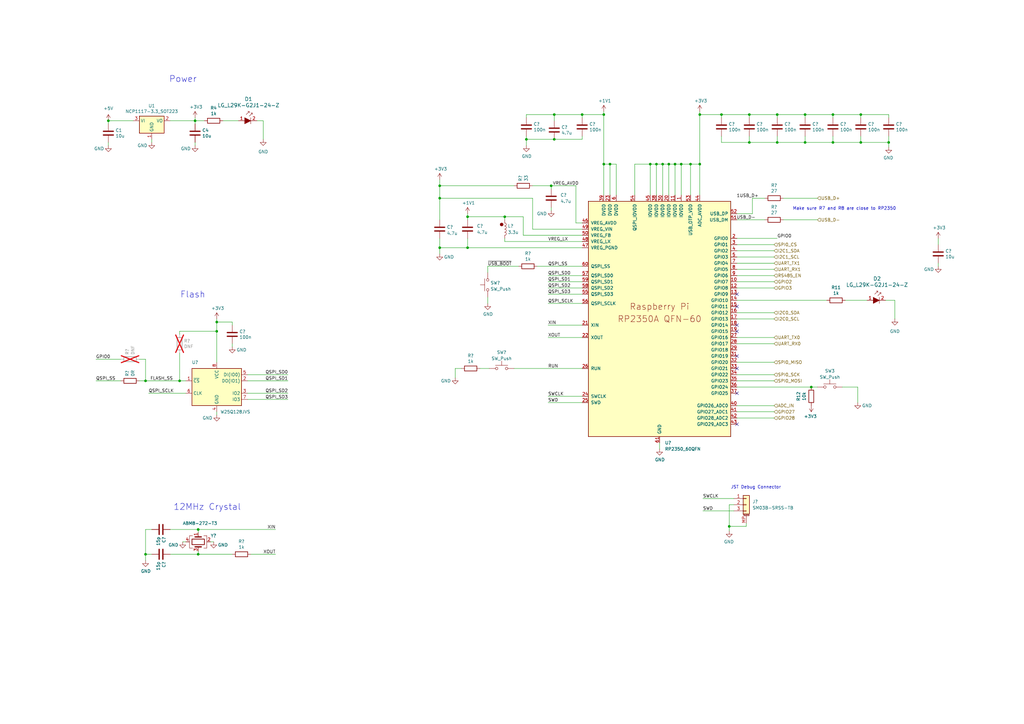
<source format=kicad_sch>
(kicad_sch (version 20231120) (generator "eeschema") (generator_version "8.0")
  (paper "A3")
  (title_block (title "RP2350A QFN-60 ") (date "2024-11-19") (rev "REV1") (company "HİDRO ELEKTRONİK"))
  (lib_symbols
    (symbol "Connector_Generic_MountingPin:Conn_01x03_MountingPin" (pin_names (offset 1.016) hide)
      (property "Reference" "J" (at 0 5.08 0))
      (property "Value" "Conn_01x03_MountingPin" (at 1.27 -5.08 0))
      (symbol "Conn_01x03_MountingPin_1_1"
        (rectangle (start -1.27 -2.413) (end 0 -2.667) (stroke (width 0.1524)))
        (rectangle (start -1.27 0.127) (end 0 -0.127) (stroke (width 0.1524)))
        (rectangle (start -1.27 2.667) (end 0 2.413) (stroke (width 0.1524)))
        (rectangle (start -1.27 3.81) (end 1.27 -3.81) (stroke (width 0.254)) (fill (type background)))
        (polyline (pts (xy -1.016 -4.572) (xy 1.016 -4.572)) (stroke (width 0.1524)))
        (text "Mounting" (at 0 -4.191 0) (effects (font (size 0.381 0.381))))
        (pin passive line (at -5.08 2.54 0) (length 3.81) (name "Pin_1") (number "1"))
        (pin passive line (at -5.08 0 0) (length 3.81) (name "Pin_2") (number "2"))
        (pin passive line (at -5.08 -2.54 0) (length 3.81) (name "Pin_3") (number "3"))
        (pin passive line (at 0 -7.62 90) (length 3.048) (name "MountPin") (number "MP"))
      )
    )
    (symbol "Device:C" (pin_numbers hide) (pin_names (offset 0.254))
      (property "Reference" "C" (at 0.635 2.54 0))
      (property "Value" "C" (at 0.635 -2.54 0))
      (symbol "C_0_1"
        (polyline (pts (xy -2.032 -0.762) (xy 2.032 -0.762)) (stroke (width 0.508)))
        (polyline (pts (xy -2.032 0.762) (xy 2.032 0.762)) (stroke (width 0.508)))
      )
      (symbol "C_1_1"
        (pin passive line (at 0 3.81 270) (length 2.794) (name "~") (number "1"))
        (pin passive line (at 0 -3.81 90) (length 2.794) (name "~") (number "2"))
      )
    )
    (symbol "Device:Crystal_GND24" (pin_names (offset 1.016) hide)
      (property "Reference" "Y" (at 3.175 5.08 0))
      (property "Value" "Crystal_GND24" (at 3.175 3.175 0))
      (symbol "Crystal_GND24_0_1"
        (rectangle (start -1.143 2.54) (end 1.143 -2.54) (stroke (width 0.3048)))
        (polyline (pts (xy -2.54 0) (xy -2.032 0)))
        (polyline (pts (xy -2.032 -1.27) (xy -2.032 1.27)) (stroke (width 0.508)))
        (polyline (pts (xy 0 -3.81) (xy 0 -3.556)))
        (polyline (pts (xy 0 3.556) (xy 0 3.81)))
        (polyline (pts (xy 2.032 -1.27) (xy 2.032 1.27)) (stroke (width 0.508)))
        (polyline (pts (xy 2.032 0) (xy 2.54 0)))
        (polyline (pts (xy -2.54 -2.286) (xy -2.54 -3.556) (xy 2.54 -3.556) (xy 2.54 -2.286)))
        (polyline (pts (xy -2.54 2.286) (xy -2.54 3.556) (xy 2.54 3.556) (xy 2.54 2.286)))
      )
      (symbol "Crystal_GND24_1_1"
        (pin passive line (at -3.81 0 0) (length 1.27) (name "1") (number "1"))
        (pin passive line (at 0 5.08 270) (length 1.27) (name "2") (number "2"))
        (pin passive line (at 3.81 0 180) (length 1.27) (name "3") (number "3"))
        (pin passive line (at 0 -5.08 90) (length 1.27) (name "4") (number "4"))
      )
    )
    (symbol "Device:L" (pin_numbers hide) (pin_names (offset 1.016) hide)
      (property "Reference" "L" (at -1.27 0 90))
      (property "Value" "L" (at 1.905 0 90))
      (symbol "L_0_1"
        (arc (start 0 -2.54) (mid 0.6323 -1.905) (end 0 -1.27))
        (arc (start 0 -1.27) (mid 0.6323 -0.635) (end 0 0))
        (arc (start 0 0) (mid 0.6323 0.635) (end 0 1.27))
        (arc (start 0 1.27) (mid 0.6323 1.905) (end 0 2.54))
      )
      (symbol "L_1_1"
        (pin passive line (at 0 3.81 270) (length 1.27) (name "1") (number "1"))
        (pin passive line (at 0 -3.81 90) (length 1.27) (name "2") (number "2"))
      )
    )
    (symbol "Device:R" (pin_numbers hide) (pin_names (offset 0))
      (property "Reference" "R" (at 2.032 0 90))
      (property "Value" "R" (at 0 0 90))
      (symbol "R_0_1"
        (rectangle (start -1.016 -2.54) (end 1.016 2.54) (stroke (width 0.254)))
      )
      (symbol "R_1_1"
        (pin passive line (at 0 3.81 270) (length 1.27) (name "~") (number "1"))
        (pin passive line (at 0 -3.81 90) (length 1.27) (name "~") (number "2"))
      )
    )
    (symbol "GND_2" (power) (pin_numbers hide) (pin_names (offset 0) hide)
      (property "Value" "GND" (at 0 -3.81 0))
      (symbol "GND_2_0_1"
        (polyline (pts (xy 0 0) (xy 0 -1.27) (xy 1.27 -1.27) (xy 0 -2.54) (xy -1.27 -1.27) (xy 0 -1.27)))
      )
      (symbol "GND_2_1_1"
        (pin power_in line (at 0 0 270) (length 0) (name "~") (number "1"))
      )
    )
    (symbol "MCU_RaspberryPi_RP2350:RP2350_60QFN" (pin_names (offset 1.016))
      (property "Reference" "U" (at -29.21 49.53 0))
      (property "Value" "RP2350_60QFN" (at 24.13 -49.53 0))
      (symbol "RP2350_60QFN_0_0"
        (text "Raspberry Pi" (at 0 5.08 0) (effects (font (size 2.54 2.54))))
      )
      (symbol "RP2350_60QFN_0_1"
        (rectangle (start 29.21 48.26) (end -29.21 -48.26) (stroke (width 0.254)) (fill (type background)))
      )
      (symbol "RP2350_60QFN_1_0"
        (text "RP2350A QFN-60" (at 0 0 0) (effects (font (size 2.54 2.54))))
      )
      (symbol "RP2350_60QFN_1_1"
        (pin power_in line (at 8.89 50.8 270) (length 2.54) (name "IOVDD") (number "1"))
        (pin bidirectional line (at 31.75 15.24 180) (length 2.54) (name "GPIO7") (number "10"))
        (pin power_in line (at 6.35 50.8 270) (length 2.54) (name "IOVDD") (number "11"))
        (pin bidirectional line (at 31.75 12.7 180) (length 2.54) (name "GPIO8") (number "12"))
        (pin bidirectional line (at 31.75 10.16 180) (length 2.54) (name "GPIO9") (number "13"))
        (pin bidirectional line (at 31.75 7.62 180) (length 2.54) (name "GPIO10") (number "14"))
        (pin bidirectional line (at 31.75 5.08 180) (length 2.54) (name "GPIO11") (number "15"))
        (pin bidirectional line (at 31.75 2.54 180) (length 2.54) (name "GPIO12") (number "16"))
        (pin bidirectional line (at 31.75 0 180) (length 2.54) (name "GPIO13") (number "17"))
        (pin bidirectional line (at 31.75 -2.54 180) (length 2.54) (name "GPIO14") (number "18"))
        (pin bidirectional line (at 31.75 -5.08 180) (length 2.54) (name "GPIO15") (number "19"))
        (pin bidirectional line (at 31.75 33.02 180) (length 2.54) (name "GPIO0") (number "2"))
        (pin power_in line (at 3.81 50.8 270) (length 2.54) (name "IOVDD") (number "20"))
        (pin input line (at -31.75 -2.54 0) (length 2.54) (name "XIN") (number "21"))
        (pin passive line (at -31.75 -7.62 0) (length 2.54) (name "XOUT") (number "22"))
        (pin power_in line (at -20.32 50.8 270) (length 2.54) (name "DVDD") (number "23"))
        (pin output line (at -31.75 -31.75 0) (length 2.54) (name "SWCLK") (number "24"))
        (pin bidirectional line (at -31.75 -34.29 0) (length 2.54) (name "SWD") (number "25"))
        (pin input line (at -31.75 -20.32 0) (length 2.54) (name "RUN") (number "26"))
        (pin bidirectional line (at 31.75 -7.62 180) (length 2.54) (name "GPIO16") (number "27"))
        (pin bidirectional line (at 31.75 -10.16 180) (length 2.54) (name "GPIO17") (number "28"))
        (pin bidirectional line (at 31.75 -12.7 180) (length 2.54) (name "GPIO18") (number "29"))
        (pin bidirectional line (at 31.75 30.48 180) (length 2.54) (name "GPIO1") (number "3"))
        (pin power_in line (at 1.27 50.8 270) (length 2.54) (name "IOVDD") (number "30"))
        (pin bidirectional line (at 31.75 -15.24 180) (length 2.54) (name "GPIO19") (number "31"))
        (pin bidirectional line (at 31.75 -17.78 180) (length 2.54) (name "GPIO20") (number "32"))
        (pin bidirectional line (at 31.75 -20.32 180) (length 2.54) (name "GPIO21") (number "33"))
        (pin bidirectional line (at 31.75 -22.86 180) (length 2.54) (name "GPIO22") (number "34"))
        (pin bidirectional line (at 31.75 -25.4 180) (length 2.54) (name "GPIO23") (number "35"))
        (pin bidirectional line (at 31.75 -27.94 180) (length 2.54) (name "GPIO24") (number "36"))
        (pin bidirectional line (at 31.75 -30.48 180) (length 2.54) (name "GPIO25") (number "37"))
        (pin power_in line (at -1.27 50.8 270) (length 2.54) (name "IOVDD") (number "38"))
        (pin power_in line (at -22.86 50.8 270) (length 2.54) (name "DVDD") (number "39"))
        (pin bidirectional line (at 31.75 27.94 180) (length 2.54) (name "GPIO2") (number "4"))
        (pin bidirectional line (at 31.75 -35.56 180) (length 2.54) (name "GPIO26_ADC0") (number "40"))
        (pin bidirectional line (at 31.75 -38.1 180) (length 2.54) (name "GPIO27_ADC1") (number "41"))
        (pin bidirectional line (at 31.75 -40.64 180) (length 2.54) (name "GPIO28_ADC2") (number "42"))
        (pin bidirectional line (at 31.75 -43.18 180) (length 2.54) (name "GPIO29_ADC3") (number "43"))
        (pin power_in line (at 16.51 50.8 270) (length 2.54) (name "ADC_AVDD") (number "44"))
        (pin power_in line (at -3.81 50.8 270) (length 2.54) (name "IOVDD") (number "45"))
        (pin power_in line (at -31.75 39.37 0) (length 2.54) (name "VREG_AVDD") (number "46"))
        (pin power_in line (at -31.75 29.21 0) (length 2.54) (name "VREG_PGND") (number "47"))
        (pin power_out line (at -31.75 31.75 0) (length 2.54) (name "VREG_LX") (number "48"))
        (pin power_in line (at -31.75 36.83 0) (length 2.54) (name "VREG_VIN") (number "49"))
        (pin bidirectional line (at 31.75 25.4 180) (length 2.54) (name "GPIO3") (number "5"))
        (pin input line (at -31.75 34.29 0) (length 2.54) (name "VREG_FB") (number "50"))
        (pin bidirectional line (at 31.75 40.64 180) (length 2.54) (name "USB_DM") (number "51"))
        (pin bidirectional line (at 31.75 43.18 180) (length 2.54) (name "USB_DP") (number "52"))
        (pin power_in line (at 12.7 50.8 270) (length 2.54) (name "USB_OTP_VDD") (number "53"))
        (pin power_in line (at -10.16 50.8 270) (length 2.54) (name "QSPI_IOVDD") (number "54"))
        (pin bidirectional line (at -31.75 10.16 0) (length 2.54) (name "QSPI_SD3") (number "55"))
        (pin output line (at -31.75 6.35 0) (length 2.54) (name "QSPI_SCLK") (number "56"))
        (pin bidirectional line (at -31.75 17.78 0) (length 2.54) (name "QSPI_SD0") (number "57"))
        (pin bidirectional line (at -31.75 12.7 0) (length 2.54) (name "QSPI_SD2") (number "58"))
        (pin bidirectional line (at -31.75 15.24 0) (length 2.54) (name "QSPI_SD1") (number "59"))
        (pin power_in line (at -17.78 50.8 270) (length 2.54) (name "DVDD") (number "6"))
        (pin bidirectional line (at -31.75 21.59 0) (length 2.54) (name "QSPI_SS") (number "60"))
        (pin power_in line (at 0 -50.8 90) (length 2.54) (name "GND") (number "61"))
        (pin bidirectional line (at 31.75 22.86 180) (length 2.54) (name "GPIO4") (number "7"))
        (pin bidirectional line (at 31.75 20.32 180) (length 2.54) (name "GPIO5") (number "8"))
        (pin bidirectional line (at 31.75 17.78 180) (length 2.54) (name "GPIO6") (number "9"))
      )
    )
    (symbol "Memory_Flash:W25Q128JVS"
      (property "Reference" "U" (at -8.89 8.89 0))
      (property "Value" "W25Q128JVS" (at 7.62 8.89 0))
      (symbol "W25Q128JVS_0_1"
        (rectangle (start -10.16 7.62) (end 10.16 -7.62) (stroke (width 0.254)) (fill (type background)))
      )
      (symbol "W25Q128JVS_1_1"
        (pin input line (at -12.7 2.54 0) (length 2.54) (name "~{CS}") (number "1"))
        (pin bidirectional line (at 12.7 2.54 180) (length 2.54) (name "DO(IO1)") (number "2"))
        (pin bidirectional line (at 12.7 -2.54 180) (length 2.54) (name "IO2") (number "3"))
        (pin power_in line (at 0 -10.16 90) (length 2.54) (name "GND") (number "4"))
        (pin bidirectional line (at 12.7 5.08 180) (length 2.54) (name "DI(IO0)") (number "5"))
        (pin input line (at -12.7 -2.54 0) (length 2.54) (name "CLK") (number "6"))
        (pin bidirectional line (at 12.7 -5.08 180) (length 2.54) (name "IO3") (number "7"))
        (pin power_in line (at 0 10.16 270) (length 2.54) (name "VCC") (number "8"))
      )
    )
    (symbol "Regulator_Linear:NCP1117-3.3_SOT223"
      (property "Reference" "U" (at -3.81 3.175 0))
      (property "Value" "NCP1117-3.3_SOT223" (at 0 3.175 0))
      (symbol "NCP1117-3.3_SOT223_0_1"
        (rectangle (start -5.08 -5.08) (end 5.08 1.905) (stroke (width 0.254)) (fill (type background)))
      )
      (symbol "NCP1117-3.3_SOT223_1_1"
        (pin power_in line (at 0 -7.62 90) (length 2.54) (name "GND") (number "1"))
        (pin power_out line (at 7.62 0 180) (length 2.54) (name "VO") (number "2"))
        (pin power_in line (at -7.62 0 0) (length 2.54) (name "VI") (number "3"))
      )
    )
    (symbol "Switch:SW_Push" (pin_numbers hide) (pin_names (offset 1.016) hide)
      (property "Reference" "SW" (at 1.27 2.54 0))
      (property "Value" "SW_Push" (at 0 -1.524 0))
      (symbol "SW_Push_0_1"
        (circle (center -2.032 0) (radius 0.508))
        (polyline (pts (xy 0 1.27) (xy 0 3.048)))
        (polyline (pts (xy 2.54 1.27) (xy -2.54 1.27)))
        (circle (center 2.032 0) (radius 0.508))
        (pin passive line (at -5.08 0 0) (length 2.54) (name "1") (number "1"))
        (pin passive line (at 5.08 0 180) (length 2.54) (name "2") (number "2"))
      )
    )
    (symbol "dk_LED-Indication-Discrete:LG_L29K-G2J1-24-Z" (pin_names (offset 0))
      (property "Reference" "D" (at -5.08 3.81 0))
      (property "Value" "LG_L29K-G2J1-24-Z" (at 0 -3.81 0))
      (symbol "LG_L29K-G2J1-24-Z_0_1"
        (polyline (pts (xy -0.635 3.81) (xy -1.905 2.54)))
        (polyline (pts (xy 0 1.27) (xy 0 -1.27)))
        (polyline (pts (xy 0.635 3.175) (xy -0.635 1.905)))
        (polyline (pts (xy -1.27 3.81) (xy -0.635 3.81) (xy -0.635 3.175)))
        (polyline (pts (xy 0 3.175) (xy 0.635 3.175) (xy 0.635 2.54)))
        (polyline (pts (xy -2.54 1.27) (xy -2.54 -1.27) (xy 0 0) (xy -2.54 1.27)) (fill (type outline)))
      )
      (symbol "LG_L29K-G2J1-24-Z_1_1"
        (pin passive line (at -5.08 0 0) (length 2.54) (name "~") (number "1"))
        (pin passive line (at 2.54 0 180) (length 2.54) (name "~") (number "2"))
      )
    )
    (symbol "power:+1V1" (power) (pin_names (offset 0))
      (property "Value" "+1V1" (at 0 3.556 0))
      (symbol "+1V1_0_1"
        (polyline (pts (xy -0.762 1.27) (xy 0 2.54)))
        (polyline (pts (xy 0 0) (xy 0 2.54)))
        (polyline (pts (xy 0 2.54) (xy 0.762 1.27)))
      )
      (symbol "+1V1_1_1"
        (pin power_in line (at 0 0 90) (length 0) hide (name "+1V1") (number "1"))
      )
    )
    (symbol "power:+3V3" (power) (pin_names (offset 0))
      (property "Value" "+3V3" (at 0 3.556 0))
      (symbol "+3V3_0_1"
        (polyline (pts (xy -0.762 1.27) (xy 0 2.54)))
        (polyline (pts (xy 0 0) (xy 0 2.54)))
        (polyline (pts (xy 0 2.54) (xy 0.762 1.27)))
      )
      (symbol "+3V3_1_1"
        (pin power_in line (at 0 0 90) (length 0) hide (name "+3V3") (number "1"))
      )
    )
    (symbol "power:+5V" (power) (pin_numbers hide) (pin_names (offset 0) hide)
      (property "Value" "+5V" (at 0 3.556 0))
      (symbol "+5V_0_1"
        (polyline (pts (xy -0.762 1.27) (xy 0 2.54)))
        (polyline (pts (xy 0 0) (xy 0 2.54)))
        (polyline (pts (xy 0 2.54) (xy 0.762 1.27)))
      )
      (symbol "+5V_1_1"
        (pin power_in line (at 0 0 90) (length 0) (name "~") (number "1"))
      )
    )
    (symbol "power:GND" (power) (pin_names (offset 0))
      (property "Value" "GND" (at 0 -3.81 0))
      (symbol "GND_0_1"
        (polyline (pts (xy 0 0) (xy 0 -1.27) (xy 1.27 -1.27) (xy 0 -2.54) (xy -1.27 -1.27) (xy 0 -1.27)))
      )
      (symbol "GND_1_1"
        (pin power_in line (at 0 0 270) (length 0) hide (name "GND") (number "1"))
      )
    )
  )
  (junction (at 299.085 215.9))
  (junction (at 330.2 46.99))
  (junction (at 226.06 76.2))
  (junction (at 191.77 88.9))
  (junction (at 266.7 67.31))
  (junction (at 353.06 58.42))
  (junction (at 247.65 67.31))
  (junction (at 80.01 49.53))
  (junction (at 227.33 57.15))
  (junction (at 287.02 46.99))
  (junction (at 332.74 158.75))
  (junction (at 269.24 67.31))
  (junction (at 81.28 217.17))
  (junction (at 207.01 88.9))
  (junction (at 191.77 101.6))
  (junction (at 295.91 46.99))
  (junction (at 283.21 67.31))
  (junction (at 59.69 227.33))
  (junction (at 227.33 46.99))
  (junction (at 279.4 67.31))
  (junction (at 341.63 58.42))
  (junction (at 364.49 58.42))
  (junction (at 318.77 58.42))
  (junction (at 276.86 67.31))
  (junction (at 88.9 132.08))
  (junction (at 271.78 67.31))
  (junction (at 247.65 46.99))
  (junction (at 88.9 135.89))
  (junction (at 180.34 101.6))
  (junction (at 353.06 46.99))
  (junction (at 330.2 58.42))
  (junction (at 341.63 46.99))
  (junction (at 238.76 46.99))
  (junction (at 44.45 49.53))
  (junction (at 307.34 46.99))
  (junction (at 81.28 227.33))
  (junction (at 307.34 58.42))
  (junction (at 287.02 67.31))
  (junction (at 180.34 76.2))
  (junction (at 250.19 67.31))
  (junction (at 318.77 46.99))
  (junction (at 73.66 156.21))
  (junction (at 59.69 156.21))
  (junction (at 274.32 67.31))
  (junction (at 180.34 81.28))
  (junction (at 215.9 57.15))
  (no_connect (at 302.26 135.89))
  (no_connect (at 302.26 125.73))
  (no_connect (at 302.26 133.35))
  (no_connect (at 302.26 120.65))
  (no_connect (at 302.26 173.99))
  (no_connect (at 302.26 146.05))
  (no_connect (at 302.26 161.29))
  (no_connect (at 302.26 151.13))
  (wire (pts (xy 302.26 113.03) (xy 317.5 113.03)))
  (wire (pts (xy 226.06 86.36) (xy 226.06 85.09)))
  (wire (pts (xy 39.37 147.32) (xy 49.53 147.32)))
  (wire (pts (xy 218.44 81.28) (xy 218.44 93.98)))
  (wire (pts (xy 299.085 207.01) (xy 299.085 215.9)))
  (wire (pts (xy 227.33 46.99) (xy 238.76 46.99)))
  (wire (pts (xy 81.28 218.44) (xy 81.28 217.17)))
  (wire (pts (xy 307.34 48.26) (xy 307.34 46.99)))
  (wire (pts (xy 307.34 55.88) (xy 307.34 58.42)))
  (wire (pts (xy 236.22 76.2) (xy 236.22 91.44)))
  (wire (pts (xy 279.4 67.31) (xy 283.21 67.31)))
  (wire (pts (xy 318.77 97.79) (xy 302.26 97.79)))
  (wire (pts (xy 227.33 49.53) (xy 227.33 46.99)))
  (wire (pts (xy 238.76 124.46) (xy 224.79 124.46)))
  (wire (pts (xy 80.01 49.53) (xy 80.01 48.26)))
  (wire (pts (xy 227.33 57.15) (xy 238.76 57.15)))
  (wire (pts (xy 215.9 55.88) (xy 215.9 57.15)))
  (wire (pts (xy 226.06 76.2) (xy 236.22 76.2)))
  (wire (pts (xy 302.26 168.91) (xy 317.5 168.91)))
  (wire (pts (xy 318.77 48.26) (xy 318.77 46.99)))
  (wire (pts (xy 200.025 109.22) (xy 200.025 111.76)))
  (wire (pts (xy 238.76 162.56) (xy 224.79 162.56)))
  (wire (pts (xy 180.34 76.2) (xy 180.34 81.28)))
  (wire (pts (xy 236.22 91.44) (xy 238.76 91.44)))
  (wire (pts (xy 295.91 48.26) (xy 295.91 46.99)))
  (wire (pts (xy 81.28 227.33) (xy 95.25 227.33)))
  (wire (pts (xy 295.91 55.88) (xy 295.91 58.42)))
  (wire (pts (xy 180.34 81.28) (xy 218.44 81.28)))
  (wire (pts (xy 180.34 81.28) (xy 180.34 90.17)))
  (wire (pts (xy 59.69 227.33) (xy 59.69 229.87)))
  (wire (pts (xy 54.61 49.53) (xy 44.45 49.53)))
  (wire (pts (xy 271.78 80.01) (xy 271.78 67.31)))
  (wire (pts (xy 302.26 118.11) (xy 317.5 118.11)))
  (wire (pts (xy 260.35 80.01) (xy 260.35 67.31)))
  (wire (pts (xy 69.85 49.53) (xy 80.01 49.53)))
  (wire (pts (xy 60.96 161.29) (xy 76.2 161.29)))
  (wire (pts (xy 88.9 130.81) (xy 88.9 132.08)))
  (wire (pts (xy 59.69 217.17) (xy 59.69 227.33)))
  (wire (pts (xy 283.21 67.31) (xy 287.02 67.31)))
  (wire (pts (xy 330.2 46.99) (xy 341.63 46.99)))
  (wire (pts (xy 302.26 130.81) (xy 317.5 130.81)))
  (wire (pts (xy 62.23 217.17) (xy 59.69 217.17)))
  (wire (pts (xy 226.06 76.2) (xy 226.06 77.47)))
  (wire (pts (xy 341.63 58.42) (xy 330.2 58.42)))
  (wire (pts (xy 57.15 147.32) (xy 59.69 147.32)))
  (wire (pts (xy 274.32 67.31) (xy 276.86 67.31)))
  (wire (pts (xy 307.34 58.42) (xy 295.91 58.42)))
  (wire (pts (xy 341.63 55.88) (xy 341.63 58.42)))
  (wire (pts (xy 247.65 46.99) (xy 247.65 67.31)))
  (wire (pts (xy 269.24 67.31) (xy 271.78 67.31)))
  (wire (pts (xy 274.32 80.01) (xy 274.32 67.31)))
  (wire (pts (xy 73.66 135.89) (xy 88.9 135.89)))
  (wire (pts (xy 218.44 93.98) (xy 238.76 93.98)))
  (wire (pts (xy 302.26 115.57) (xy 317.5 115.57)))
  (wire (pts (xy 91.44 49.53) (xy 97.79 49.53)))
  (wire (pts (xy 83.82 49.53) (xy 80.01 49.53)))
  (wire (pts (xy 271.78 67.31) (xy 274.32 67.31)))
  (wire (pts (xy 180.34 73.66) (xy 180.34 76.2)))
  (wire (pts (xy 302.26 138.43) (xy 317.5 138.43)))
  (wire (pts (xy 180.34 101.6) (xy 191.77 101.6)))
  (wire (pts (xy 44.45 58.42) (xy 44.45 59.69)))
  (wire (pts (xy 189.23 151.13) (xy 186.69 151.13)))
  (wire (pts (xy 307.34 46.99) (xy 318.77 46.99)))
  (wire (pts (xy 73.66 137.16) (xy 73.66 135.89)))
  (wire (pts (xy 191.77 90.17) (xy 191.77 88.9)))
  (wire (pts (xy 302.26 148.59) (xy 317.5 148.59)))
  (wire (pts (xy 101.6 163.83) (xy 118.11 163.83)))
  (wire (pts (xy 238.76 109.22) (xy 220.345 109.22)))
  (wire (pts (xy 215.9 48.26) (xy 215.9 46.99)))
  (wire (pts (xy 180.34 97.79) (xy 180.34 101.6)))
  (wire (pts (xy 306.07 214.63) (xy 306.07 215.9)))
  (wire (pts (xy 238.76 96.52) (xy 214.63 96.52)))
  (wire (pts (xy 73.66 144.78) (xy 73.66 156.21)))
  (wire (pts (xy 88.9 168.91) (xy 88.9 170.18)))
  (wire (pts (xy 212.725 109.22) (xy 200.025 109.22)))
  (wire (pts (xy 288.29 209.55) (xy 300.99 209.55)))
  (wire (pts (xy 62.23 57.15) (xy 62.23 58.42)))
  (wire (pts (xy 321.31 90.17) (xy 335.28 90.17)))
  (wire (pts (xy 247.65 67.31) (xy 247.65 80.01)))
  (wire (pts (xy 73.66 156.21) (xy 76.2 156.21)))
  (wire (pts (xy 287.02 67.31) (xy 287.02 80.01)))
  (wire (pts (xy 191.77 87.63) (xy 191.77 88.9)))
  (wire (pts (xy 102.87 227.33) (xy 113.03 227.33)))
  (wire (pts (xy 69.85 227.33) (xy 81.28 227.33)))
  (wire (pts (xy 191.77 101.6) (xy 238.76 101.6)))
  (wire (pts (xy 180.34 101.6) (xy 180.34 104.14)))
  (wire (pts (xy 62.23 227.33) (xy 59.69 227.33)))
  (wire (pts (xy 180.34 76.2) (xy 210.82 76.2)))
  (wire (pts (xy 88.9 135.89) (xy 88.9 148.59)))
  (wire (pts (xy 215.9 57.15) (xy 215.9 59.69)))
  (wire (pts (xy 276.86 67.31) (xy 279.4 67.31)))
  (wire (pts (xy 39.37 156.21) (xy 49.53 156.21)))
  (wire (pts (xy 341.63 46.99) (xy 353.06 46.99)))
  (wire (pts (xy 88.9 132.08) (xy 88.9 135.89)))
  (wire (pts (xy 364.49 55.88) (xy 364.49 58.42)))
  (wire (pts (xy 302.26 102.87) (xy 317.5 102.87)))
  (wire (pts (xy 57.15 156.21) (xy 59.69 156.21)))
  (wire (pts (xy 101.6 161.29) (xy 118.11 161.29)))
  (wire (pts (xy 224.79 133.35) (xy 238.76 133.35)))
  (wire (pts (xy 270.51 181.61) (xy 270.51 184.15)))
  (wire (pts (xy 302.26 100.33) (xy 317.5 100.33)))
  (wire (pts (xy 224.79 118.11) (xy 238.76 118.11)))
  (wire (pts (xy 74.93 222.25) (xy 76.2 222.25)))
  (wire (pts (xy 252.73 67.31) (xy 252.73 80.01)))
  (wire (pts (xy 266.7 80.01) (xy 266.7 67.31)))
  (wire (pts (xy 215.9 46.99) (xy 227.33 46.99)))
  (wire (pts (xy 107.95 49.53) (xy 107.95 57.15)))
  (wire (pts (xy 214.63 96.52) (xy 214.63 88.9)))
  (wire (pts (xy 95.25 132.08) (xy 88.9 132.08)))
  (wire (pts (xy 353.06 48.26) (xy 353.06 46.99)))
  (wire (pts (xy 224.79 113.03) (xy 238.76 113.03)))
  (wire (pts (xy 308.61 81.28) (xy 308.61 87.63)))
  (wire (pts (xy 330.2 55.88) (xy 330.2 58.42)))
  (wire (pts (xy 287.02 45.72) (xy 287.02 46.99)))
  (wire (pts (xy 330.2 48.26) (xy 330.2 46.99)))
  (wire (pts (xy 218.44 76.2) (xy 226.06 76.2)))
  (wire (pts (xy 224.79 115.57) (xy 238.76 115.57)))
  (wire (pts (xy 224.79 120.65) (xy 238.76 120.65)))
  (wire (pts (xy 345.44 158.75) (xy 351.79 158.75)))
  (wire (pts (xy 302.26 156.21) (xy 317.5 156.21)))
  (wire (pts (xy 341.63 48.26) (xy 341.63 46.99)))
  (wire (pts (xy 363.22 123.19) (xy 367.03 123.19)))
  (wire (pts (xy 196.85 151.13) (xy 200.66 151.13)))
  (wire (pts (xy 200.025 121.92) (xy 200.025 124.46)))
  (wire (pts (xy 353.06 58.42) (xy 341.63 58.42)))
  (wire (pts (xy 95.25 133.35) (xy 95.25 132.08)))
  (wire (pts (xy 44.45 50.8) (xy 44.45 49.53)))
  (wire (pts (xy 384.81 97.79) (xy 384.81 100.33)))
  (wire (pts (xy 238.76 46.99) (xy 247.65 46.99)))
  (wire (pts (xy 318.77 46.99) (xy 330.2 46.99)))
  (wire (pts (xy 330.2 58.42) (xy 318.77 58.42)))
  (wire (pts (xy 287.02 46.99) (xy 295.91 46.99)))
  (wire (pts (xy 207.01 99.06) (xy 238.76 99.06)))
  (wire (pts (xy 191.77 97.79) (xy 191.77 101.6)))
  (wire (pts (xy 351.79 158.75) (xy 351.79 165.1)))
  (wire (pts (xy 191.77 88.9) (xy 207.01 88.9)))
  (wire (pts (xy 318.77 55.88) (xy 318.77 58.42)))
  (wire (pts (xy 238.76 165.1) (xy 224.79 165.1)))
  (wire (pts (xy 302.26 171.45) (xy 317.5 171.45)))
  (wire (pts (xy 308.61 81.28) (xy 313.69 81.28)))
  (wire (pts (xy 250.19 67.31) (xy 252.73 67.31)))
  (wire (pts (xy 86.36 222.25) (xy 87.63 222.25)))
  (wire (pts (xy 302.26 105.41) (xy 317.5 105.41)))
  (wire (pts (xy 269.24 80.01) (xy 269.24 67.31)))
  (wire (pts (xy 299.085 215.9) (xy 306.07 215.9)))
  (wire (pts (xy 367.03 123.19) (xy 367.03 130.81)))
  (wire (pts (xy 302.26 128.27) (xy 317.5 128.27)))
  (wire (pts (xy 321.31 81.28) (xy 335.28 81.28)))
  (wire (pts (xy 283.21 80.01) (xy 283.21 67.31)))
  (wire (pts (xy 302.26 140.97) (xy 317.5 140.97)))
  (wire (pts (xy 247.65 45.72) (xy 247.65 46.99)))
  (wire (pts (xy 288.29 204.47) (xy 300.99 204.47)))
  (wire (pts (xy 353.06 58.42) (xy 364.49 58.42)))
  (wire (pts (xy 364.49 58.42) (xy 364.49 60.325)))
  (wire (pts (xy 207.01 99.06) (xy 207.01 97.79)))
  (wire (pts (xy 59.69 147.32) (xy 59.69 156.21)))
  (wire (pts (xy 302.26 166.37) (xy 317.5 166.37)))
  (wire (pts (xy 353.06 46.99) (xy 364.49 46.99)))
  (wire (pts (xy 266.7 67.31) (xy 269.24 67.31)))
  (wire (pts (xy 276.86 80.01) (xy 276.86 67.31)))
  (wire (pts (xy 302.26 153.67) (xy 317.5 153.67)))
  (wire (pts (xy 207.01 88.9) (xy 207.01 90.17)))
  (wire (pts (xy 332.74 158.75) (xy 335.28 158.75)))
  (wire (pts (xy 346.71 123.19) (xy 355.6 123.19)))
  (wire (pts (xy 59.69 156.21) (xy 73.66 156.21)))
  (wire (pts (xy 238.76 48.26) (xy 238.76 46.99)))
  (wire (pts (xy 302.26 87.63) (xy 308.61 87.63)))
  (wire (pts (xy 80.01 50.8) (xy 80.01 49.53)))
  (wire (pts (xy 318.77 58.42) (xy 307.34 58.42)))
  (wire (pts (xy 215.9 57.15) (xy 227.33 57.15)))
  (wire (pts (xy 260.35 67.31) (xy 266.7 67.31)))
  (wire (pts (xy 250.19 67.31) (xy 247.65 67.31)))
  (wire (pts (xy 279.4 67.31) (xy 279.4 80.01)))
  (wire (pts (xy 300.99 207.01) (xy 299.085 207.01)))
  (wire (pts (xy 81.28 217.17) (xy 113.03 217.17)))
  (wire (pts (xy 302.26 123.19) (xy 339.09 123.19)))
  (wire (pts (xy 302.26 90.17) (xy 313.69 90.17)))
  (wire (pts (xy 214.63 88.9) (xy 207.01 88.9)))
  (wire (pts (xy 186.69 151.13) (xy 186.69 154.94)))
  (wire (pts (xy 81.28 226.06) (xy 81.28 227.33)))
  (wire (pts (xy 302.26 110.49) (xy 317.5 110.49)))
  (wire (pts (xy 287.02 46.99) (xy 287.02 67.31)))
  (wire (pts (xy 105.41 49.53) (xy 107.95 49.53)))
  (wire (pts (xy 302.26 107.95) (xy 317.5 107.95)))
  (wire (pts (xy 384.81 107.95) (xy 384.81 109.22)))
  (wire (pts (xy 101.6 153.67) (xy 118.11 153.67)))
  (wire (pts (xy 295.91 46.99) (xy 307.34 46.99)))
  (wire (pts (xy 238.76 138.43) (xy 224.79 138.43)))
  (wire (pts (xy 299.085 215.9) (xy 299.085 217.805)))
  (wire (pts (xy 364.49 48.26) (xy 364.49 46.99)))
  (wire (pts (xy 69.85 217.17) (xy 81.28 217.17)))
  (wire (pts (xy 101.6 156.21) (xy 118.11 156.21)))
  (wire (pts (xy 238.76 57.15) (xy 238.76 55.88)))
  (wire (pts (xy 250.19 80.01) (xy 250.19 67.31)))
  (wire (pts (xy 210.82 151.13) (xy 238.76 151.13)))
  (wire (pts (xy 353.06 55.88) (xy 353.06 58.42)))
  (wire (pts (xy 95.25 140.97) (xy 95.25 142.24)))
  (wire (pts (xy 80.01 58.42) (xy 80.01 59.69)))
  (wire (pts (xy 302.26 158.75) (xy 332.74 158.75)))
  (circle (center 205.74 92.075) (radius 0.635) (stroke (width 0) (color 132 0 0 1)) (fill (type color) (color 132 0 0 1)))
  (text "JST Debug Connector" (at 299.72 200.66 0) (effects (font (size 1.27 1.27)) (justify left bottom)))
  (text "Flash" (at 73.914 122.428 0) (effects (font (size 2.54 2.54)) (justify left bottom)))
  (text "Power" (at 69.342 34.036 0) (effects (font (size 2.54 2.54)) (justify left bottom)))
  (text "Make sure R7 and R8 are close to RP2350\n" (at 325.12 86.36 0) (effects (font (size 1.27 1.27)) (justify left bottom)))
  (text "12MHz Crystal" (at 71.12 209.55 0) (effects (font (size 2.54 2.54)) (justify left bottom)))
  (label "XIN" (at 224.79 133.35 0))
  (label "QSPI_SS" (at 39.37 156.21 0))
  (label "1USB_D-" (at 309.88 90.17 180))
  (label "1USB_D+" (at 311.15 81.28 180))
  (label "XOUT" (at 224.79 138.43 0))
  (label "GPIO0" (at 39.37 147.32 0))
  (label "QSPI_SD2" (at 118.11 161.29 180))
  (label "FLASH_SS" (at 61.595 156.21 0))
  (label "RUN" (at 224.79 151.13 0))
  (label "QSPI_SD0" (at 224.79 113.03 0))
  (label "QSPI_SD0" (at 118.11 153.67 180))
  (label "QSPI_SS" (at 224.79 109.22 0))
  (label "SWCLK" (at 224.79 162.56 0))
  (label "SWCLK" (at 288.29 204.47 0))
  (label "QSPI_SD3" (at 118.11 163.83 180))
  (label "XOUT" (at 113.03 227.33 180))
  (label "QSPI_SD2" (at 224.79 118.11 0))
  (label "~{USB_BOOT}" (at 200.025 109.22 0))
  (label "XIN" (at 113.03 217.17 180))
  (label "VREG_AVDD" (at 226.695 76.2 0))
  (label "GPIO0" (at 318.77 97.79 0))
  (label "QSPI_SD1" (at 224.79 115.57 0))
  (label "QSPI_SCLK" (at 224.79 124.46 0))
  (label "QSPI_SCLK" (at 60.96 161.29 0))
  (label "SWD" (at 288.29 209.55 0))
  (label "QSPI_SD1" (at 118.11 156.21 180))
  (label "VREG_LX" (at 224.79 99.06 0))
  (label "SWD" (at 224.79 165.1 0))
  (label "QSPI_SD3" (at 224.79 120.65 0))
  (hierarchical_label "GPIO2" (shape input) (at 317.5 115.57 0))
  (hierarchical_label "GPIO3" (shape input) (at 317.5 118.11 0))
  (hierarchical_label "I2C0_SDA" (shape input) (at 317.5 128.27 0))
  (hierarchical_label "SPI0_SCK" (shape input) (at 317.5 153.67 0))
  (hierarchical_label "UART_TX1" (shape input) (at 317.5 107.95 0))
  (hierarchical_label "USB_D-" (shape input) (at 335.28 90.17 0))
  (hierarchical_label "SPI0_CS" (shape input) (at 317.5 100.33 0))
  (hierarchical_label "SPI0_MOSI" (shape input) (at 317.5 156.21 0))
  (hierarchical_label "UART_RX0" (shape input) (at 317.5 140.97 0))
  (hierarchical_label "RS485_EN" (shape input) (at 317.5 113.03 0))
  (hierarchical_label "I2C0_SCL" (shape input) (at 317.5 130.81 0))
  (hierarchical_label "GPIO27" (shape input) (at 317.5 168.91 0))
  (hierarchical_label "GPIO28" (shape input) (at 317.5 171.45 0))
  (hierarchical_label "I2C1_SCL" (shape input) (at 317.5 105.41 0))
  (hierarchical_label "I2C1_SDA" (shape input) (at 317.5 102.87 0))
  (hierarchical_label "SPI0_MISO" (shape input) (at 317.5 148.59 0))
  (hierarchical_label "ADC_IN" (shape input) (at 317.5 166.37 0))
  (hierarchical_label "USB_D+" (shape input) (at 335.28 81.28 0))
  (hierarchical_label "UART_RX1" (shape input) (at 317.5 110.49 0))
  (hierarchical_label "UART_TX0" (shape input) (at 317.5 138.43 0))
  (symbol (lib_id "Memory_Flash:W25Q128JVS") (at 88.9 158.75 0) (unit 1)
    (property "Reference" "U?" (at 80.01 148.59 0))
    (property "Value" "W25Q128JVS" (at 96.52 168.91 0))
    (property "Footprint" "Package_SO:SOIC-8_5.23x5.23mm_P1.27mm" (effects (hide yes)))
    (property "Datasheet" "http://www.winbond.com/resource-files/w25q128jv_dtr%20revc%2003272018%20plus.pdf" (effects (hide yes)))
    (property "DigiKey" "  W25Q128JVSIQ-ND" (effects (hide yes)))
  )
  (symbol (lib_id "power:+3V3") (at 88.9 130.81 0) (unit 1)
    (property "Reference" "#PWR?" (effects (hide yes)))
    (property "Value" "+3V3" (at 89.281 126.4158 0))
  )
  (symbol (lib_id "power:GND") (at 88.9 170.18 0) (unit 1)
    (property "Reference" "#PWR?" (effects (hide yes)))
    (property "Value" "GND" (at 85.09 171.45 0))
  )
  (symbol (lib_id "Device:R") (at 73.66 140.97 0) (unit 1) (dnp yes)
    (property "Reference" "R?" (at 75.438 139.8016 0) (effects (justify left)))
    (property "Value" "DNF" (at 75.438 142.113 0) (effects (justify left)))
    (property "Footprint" "Resistor_SMD:R_0402_1005Metric" (effects (hide yes)))
  )
  (symbol (lib_id "Device:C") (at 95.25 137.16 0) (unit 1)
    (property "Reference" "C?" (at 98.171 135.9916 0) (effects (justify left)))
    (property "Value" "100n" (at 98.171 138.303 0) (effects (justify left)))
    (property "Footprint" "Capacitor_SMD:C_0402_1005Metric" (effects (hide yes)))
    (property "DigiKey" "  3372-0402B104K500HITR-ND" (effects (hide yes)))
  )
  (symbol (lib_id "power:GND") (at 95.25 142.24 0) (unit 1)
    (property "Reference" "#PWR?" (effects (hide yes)))
    (property "Value" "GND" (at 99.06 143.51 0))
  )
  (symbol (lib_id "power:GND") (at 270.51 184.15 0) (unit 1)
    (property "Reference" "#PWR?" (effects (hide yes)))
    (property "Value" "GND" (at 270.637 188.5442 0))
  )
  (symbol (lib_id "Device:R") (at 317.5 81.28 270) (unit 1)
    (property "Reference" "R?" (at 317.5 76.0222 90))
    (property "Value" "27" (at 317.5 78.3336 90))
    (property "Footprint" "Resistor_SMD:R_0402_1005Metric" (effects (hide yes)))
    (property "DigiKey" "  A102751TR-ND" (effects (hide yes)))
  )
  (symbol (lib_id "Device:R") (at 317.5 90.17 270) (unit 1)
    (property "Reference" "R?" (at 317.5 84.9122 90))
    (property "Value" "27" (at 317.5 87.2236 90))
    (property "Footprint" "Resistor_SMD:R_0402_1005Metric" (effects (hide yes)))
    (property "DigiKey" "  A102751TR-ND" (effects (hide yes)))
  )
  (symbol (lib_id "power:+3V3") (at 287.02 45.72 0) (unit 1)
    (property "Reference" "#PWR?" (effects (hide yes)))
    (property "Value" "+3V3" (at 287.401 41.3258 0))
  )
  (symbol (lib_id "Device:C") (at 295.91 52.07 0) (unit 1)
    (property "Reference" "C?" (at 298.831 50.9016 0) (effects (justify left)))
    (property "Value" "100n" (at 298.831 53.213 0) (effects (justify left)))
    (property "Footprint" "Capacitor_SMD:C_0402_1005Metric" (effects (hide yes)))
    (property "DigiKey" "  3372-0402B104K500HITR-ND" (effects (hide yes)))
  )
  (symbol (lib_id "Device:C") (at 307.34 52.07 0) (unit 1)
    (property "Reference" "C?" (at 310.261 50.9016 0) (effects (justify left)))
    (property "Value" "100n" (at 310.261 53.213 0) (effects (justify left)))
    (property "Footprint" "Capacitor_SMD:C_0402_1005Metric" (effects (hide yes)))
    (property "DigiKey" "  3372-0402B104K500HITR-ND" (effects (hide yes)))
  )
  (symbol (lib_id "Device:C") (at 318.77 52.07 0) (unit 1)
    (property "Reference" "C?" (at 321.691 50.9016 0) (effects (justify left)))
    (property "Value" "100n" (at 321.691 53.213 0) (effects (justify left)))
    (property "Footprint" "Capacitor_SMD:C_0402_1005Metric" (effects (hide yes)))
    (property "DigiKey" "  3372-0402B104K500HITR-ND" (effects (hide yes)))
  )
  (symbol (lib_id "Device:C") (at 330.2 52.07 0) (unit 1)
    (property "Reference" "C?" (at 333.121 50.9016 0) (effects (justify left)))
    (property "Value" "100n" (at 333.121 53.213 0) (effects (justify left)))
    (property "Footprint" "Capacitor_SMD:C_0402_1005Metric" (effects (hide yes)))
    (property "DigiKey" "  3372-0402B104K500HITR-ND" (effects (hide yes)))
  )
  (symbol (lib_id "Device:C") (at 341.63 52.07 0) (unit 1)
    (property "Reference" "C?" (at 344.551 50.9016 0) (effects (justify left)))
    (property "Value" "100n" (at 344.551 53.213 0) (effects (justify left)))
    (property "Footprint" "Capacitor_SMD:C_0402_1005Metric" (effects (hide yes)))
    (property "DigiKey" "  3372-0402B104K500HITR-ND" (effects (hide yes)))
  )
  (symbol (lib_id "Device:C") (at 353.06 52.07 0) (unit 1)
    (property "Reference" "C?" (at 355.981 50.9016 0) (effects (justify left)))
    (property "Value" "100n" (at 355.981 53.213 0) (effects (justify left)))
    (property "Footprint" "Capacitor_SMD:C_0402_1005Metric" (effects (hide yes)))
    (property "DigiKey" "  3372-0402B104K500HITR-ND" (effects (hide yes)))
  )
  (symbol (lib_id "power:+3V3") (at 384.81 97.79 0) (unit 1)
    (property "Reference" "#PWR?" (effects (hide yes)))
    (property "Value" "+3V3" (at 385.191 93.3958 0))
  )
  (symbol (lib_id "Device:C") (at 384.81 104.14 0) (unit 1)
    (property "Reference" "C?" (at 387.731 102.9716 0) (effects (justify left)))
    (property "Value" "10u" (at 387.731 105.283 0) (effects (justify left)))
    (property "Footprint" "Capacitor_SMD:C_0402_1005Metric" (effects (hide yes)))
    (property "DigiKey" "  1276-1451-2-ND" (effects (hide yes)))
  )
  (symbol (lib_id "power:GND") (at 384.81 109.22 0) (unit 1)
    (property "Reference" "#PWR?" (effects (hide yes)))
    (property "Value" "GND" (at 381 110.49 0))
  )
  (symbol (lib_id "power:+5V") (at 44.45 49.53 0) (unit 1)
    (property "Reference" "#PWR05" (effects (hide yes)))
    (property "Value" "+5V" (at 44.45 44.45 0))
    (property "Description" "Power symbol creates a global label with name \"+5V\"" (effects (hide yes)))
  )
  (symbol (lib_id "power:+3V3") (at 180.34 73.66 0) (unit 1)
    (property "Reference" "#PWR?" (effects (hide yes)))
    (property "Value" "+3V3" (at 180.721 69.2658 0))
  )
  (symbol (lib_id "Device:C") (at 238.76 52.07 0) (unit 1)
    (property "Reference" "C?" (at 241.681 50.9016 0) (effects (justify left)))
    (property "Value" "100n" (at 241.681 53.213 0) (effects (justify left)))
    (property "Footprint" "Capacitor_SMD:C_0402_1005Metric" (effects (hide yes)))
    (property "DigiKey" "  3372-0402B104K500HITR-ND" (effects (hide yes)))
  )
  (symbol (lib_id "Device:R") (at 193.04 151.13 270) (unit 1)
    (property "Reference" "R?" (at 193.04 145.8722 90))
    (property "Value" "1k" (at 193.04 148.1836 90))
    (property "Footprint" "Resistor_SMD:R_0402_1005Metric" (effects (hide yes)))
    (property "DigiKey" "  311-1.0KJRTR-ND" (effects (hide yes)))
  )
  (symbol (lib_id "power:GND") (at 200.025 124.46 0) (unit 1)
    (property "Reference" "#PWR?" (effects (hide yes)))
    (property "Value" "GND" (at 200.152 128.8542 0))
  )
  (symbol (lib_id "power:GND") (at 226.06 86.36 0) (unit 1)
    (property "Reference" "#PWR?" (effects (hide yes)))
    (property "Value" "GND" (at 222.25 87.63 0))
  )
  (symbol (lib_id "MCU_RaspberryPi_RP2350:RP2350_60QFN") (at 270.51 130.81 0) (unit 1)
    (property "Reference" "U?" (at 272.7041 181.61 0) (effects (justify left)))
    (property "Value" "RP2350_60QFN" (at 272.7041 184.15 0) (effects (justify left)))
    (property "Footprint" "Package_DFN_QFN:QFN-60-1EP_7x7mm_P0.4mm_EP3.4x3.4mm_ThermalVias" (effects (hide yes)))
    (property "JLCPCB" "C9900136995" (effects (hide yes)))
  )
  (symbol (lib_id "Device:C") (at 44.45 54.61 0) (unit 1)
    (property "Reference" "C1" (at 47.371 53.4416 0) (effects (justify left)))
    (property "Value" "10u" (at 47.371 55.753 0) (effects (justify left)))
    (property "Footprint" "Capacitor_SMD:C_0402_1005Metric" (effects (hide yes)))
    (property "DigiKey" "  1276-1451-2-ND" (effects (hide yes)))
  )
  (symbol (lib_id "Device:C") (at 364.49 52.07 0) (unit 1)
    (property "Reference" "C?" (at 367.411 50.9016 0) (effects (justify left)))
    (property "Value" "100n" (at 367.411 53.213 0) (effects (justify left)))
    (property "Footprint" "Capacitor_SMD:C_0402_1005Metric" (effects (hide yes)))
    (property "DigiKey" "  3372-0402B104K500HITR-ND" (effects (hide yes)))
  )
  (symbol (lib_id "power:GND") (at 44.45 59.69 0) (unit 1)
    (property "Reference" "#PWR06" (effects (hide yes)))
    (property "Value" "GND" (at 40.64 60.96 0))
  )
  (symbol (lib_id "Device:C") (at 80.01 54.61 0) (unit 1)
    (property "Reference" "C4" (at 82.931 53.4416 0) (effects (justify left)))
    (property "Value" "10u" (at 82.931 55.753 0) (effects (justify left)))
    (property "Footprint" "Capacitor_SMD:C_0402_1005Metric" (effects (hide yes)))
    (property "DigiKey" "  1276-1451-2-ND" (effects (hide yes)))
  )
  (symbol (lib_id "power:GND") (at 59.69 229.87 0) (unit 1)
    (property "Reference" "#PWR?" (effects (hide yes)))
    (property "Value" "GND" (at 59.817 234.2642 0))
  )
  (symbol (lib_id "Switch:SW_Push") (at 205.74 151.13 0) (unit 1)
    (property "Reference" "SW?" (at 205.74 144.5092 0))
    (property "Value" "SW_Push" (at 205.74 147.0461 0))
    (property "Footprint" "Button_Switch_THT:SW_PUSH_6mm_H5mm" (effects (hide yes)))
    (property "DigiKey" "1825910-6 " (effects (hide yes)))
  )
  (symbol (lib_id "Device:R") (at 216.535 109.22 270) (unit 1)
    (property "Reference" "R?" (at 216.535 103.9622 90))
    (property "Value" "1k" (at 216.535 106.2736 90))
    (property "Footprint" "Resistor_SMD:R_0402_1005Metric" (effects (hide yes)))
    (property "DigiKey" "  311-1.0KJRTR-ND" (effects (hide yes)))
  )
  (symbol (lib_id "Device:R") (at 214.63 76.2 90) (unit 1)
    (property "Reference" "R?" (at 213.4616 74.422 0) (effects (justify left)))
    (property "Value" "33" (at 215.773 74.422 0) (effects (justify left)))
    (property "Footprint" "Resistor_SMD:R_0402_1005Metric" (effects (hide yes)))
    (property "DigiKey" "311-33.0LRTR-ND " (effects (hide yes)))
  )
  (symbol (lib_id "Device:R") (at 342.9 123.19 270) (unit 1)
    (property "Reference" "R11" (at 342.9 117.9322 90))
    (property "Value" "1k" (at 342.9 120.2436 90))
    (property "Footprint" "Resistor_SMD:R_0402_1005Metric" (effects (hide yes)))
    (property "DigiKey" "  311-1.0KJRTR-ND" (effects (hide yes)))
  )
  (symbol (lib_id "Device:C") (at 180.34 93.98 0) (unit 1)
    (property "Reference" "C?" (at 183.261 93.1453 0) (effects (justify left)))
    (property "Value" "4.7u" (at 183.261 95.6822 0) (effects (justify left)))
    (property "Footprint" "Capacitor_SMD:C_0402_1005Metric" (effects (hide yes)))
    (property "DigiKey" "  1276-1482-2-ND" (effects (hide yes)))
  )
  (symbol (lib_id "dk_LED-Indication-Discrete:LG_L29K-G2J1-24-Z") (at 102.87 49.53 0) (unit 1)
    (property "Reference" "D1" (at 101.9175 40.64 0) (effects (font (size 1.524 1.524))))
    (property "Value" "LG_L29K-G2J1-24-Z" (at 101.9175 43.18 0) (effects (font (size 1.524 1.524))))
    (property "Footprint" "Diode_SMD:D_0402_1005Metric" (effects (hide yes)))
    (property "Datasheet" "https://dammedia.osram.info/media/resource/hires/osram-dam-2493945/LG%20L29K.pdf" (effects (hide yes)))
    (property "Description" "LED GREEN DIFFUSED 0603 SMD" (effects (hide yes)))
    (property "MPN" "LG L29K-G2J1-24-Z" (effects (hide yes)))
    (property "Category" "Optoelectronics" (effects (hide yes)))
    (property "Family" "LED Indication - Discrete" (effects (hide yes)))
    (property "DK_Datasheet_Link" "https://dammedia.osram.info/media/resource/hires/osram-dam-2493945/LG%20L29K.pdf" (effects (hide yes)))
    (property "DK_Detail_Page" "/product-detail/en/osram-opto-semiconductors-inc/LG-L29K-G2J1-24-Z/475-2709-1-ND/1938876" (effects (hide yes)))
    (property "Description_1" "LED GREEN DIFFUSED 0603 SMD" (effects (hide yes)))
    (property "Manufacturer" "OSRAM Opto Semiconductors Inc." (effects (hide yes)))
    (property "Status" "Active" (effects (hide yes)))
    (property "DigiKey" "475-2709-1-ND" (effects (hide yes)))
  )
  (symbol (lib_id "Device:R") (at 332.74 162.56 0) (mirror x) (unit 1)
    (property "Reference" "R12" (at 327.4822 162.56 90))
    (property "Value" "10k" (at 329.7936 162.56 90))
    (property "Footprint" "Resistor_SMD:R_0402_1005Metric" (effects (hide yes)))
    (property "DigiKey" "  311-1.0KJRTR-ND" (effects (hide yes)))
  )
  (symbol (lib_id "power:GND") (at 87.63 222.25 0) (unit 1)
    (property "Reference" "#PWR?" (effects (hide yes)))
    (property "Value" "GND" (at 91.44 223.52 0))
  )
  (symbol (lib_id "power:GND") (at 299.085 217.805 0) (mirror y) (unit 1)
    (property "Reference" "#PWR?" (effects (hide yes)))
    (property "Value" "GND" (at 298.958 222.1992 0))
  )
  (symbol (lib_id "power:GND") (at 215.9 59.69 0) (unit 1)
    (property "Reference" "#PWR?" (effects (hide yes)))
    (property "Value" "GND" (at 216.027 64.0842 0))
  )
  (symbol (lib_id "Device:C") (at 66.04 227.33 270) (unit 1)
    (property "Reference" "C?" (at 67.2084 230.251 0) (effects (justify left)))
    (property "Value" "15p" (at 64.897 230.251 0) (effects (justify left)))
    (property "Footprint" "Capacitor_SMD:C_0402_1005Metric" (effects (hide yes)))
    (property "DigiKey" "490-11191-2-ND" (effects (hide yes)))
  )
  (symbol (lib_id "Device:C") (at 191.77 93.98 0) (unit 1)
    (property "Reference" "C?" (at 195.58 92.71 0) (effects (justify left)))
    (property "Value" "4.7u" (at 195.58 95.25 0) (effects (justify left)))
    (property "Footprint" "Capacitor_SMD:C_0402_1005Metric" (effects (hide yes)))
    (property "DigiKey" "  1276-1482-2-ND" (effects (hide yes)))
  )
  (symbol (lib_id "Device:C") (at 226.06 81.28 0) (unit 1)
    (property "Reference" "C?" (at 229.87 80.01 0) (effects (justify left)))
    (property "Value" "4.7u" (at 229.87 82.55 0) (effects (justify left)))
    (property "Footprint" "Capacitor_SMD:C_0402_1005Metric" (effects (hide yes)))
    (property "DigiKey" "  1276-1482-2-ND" (effects (hide yes)))
  )
  (symbol (lib_id "power:GND") (at 80.01 59.69 0) (unit 1)
    (property "Reference" "#PWR011" (effects (hide yes)))
    (property "Value" "GND" (at 76.2 60.96 0))
  )
  (symbol (lib_id "power:+1V1") (at 247.65 45.72 0) (unit 1)
    (property "Reference" "#PWR?" (effects (hide yes)))
    (property "Value" "+1V1" (at 248.031 41.3258 0))
  )
  (symbol (lib_id "Connector_Generic_MountingPin:Conn_01x03_MountingPin") (at 306.07 207.01 0) (unit 1)
    (property "Reference" "J?" (at 308.61 205.74 0) (effects (justify left)))
    (property "Value" "SM03B-SRSS-TB" (at 308.61 208.28 0) (effects (justify left)))
    (property "Footprint" "Connector_JST:JST_SH_SM03B-SRSS-TB_1x03-1MP_P1.00mm_Horizontal" (effects (hide yes)))
    (property "DigiKey" "  455-SM03B-SRSS-TBTR-ND" (effects (hide yes)))
  )
  (symbol (lib_id "Device:R") (at 99.06 227.33 270) (unit 1)
    (property "Reference" "R?" (at 99.06 222.0722 90))
    (property "Value" "1k" (at 99.06 224.3836 90))
    (property "Footprint" "Resistor_SMD:R_0402_1005Metric" (effects (hide yes)))
    (property "DigiKey" "  311-1.0KJRTR-ND" (effects (hide yes)))
  )
  (symbol (lib_id "Device:C") (at 215.9 52.07 0) (unit 1)
    (property "Reference" "C?" (at 218.821 50.9016 0) (effects (justify left)))
    (property "Value" "100n" (at 218.821 53.213 0) (effects (justify left)))
    (property "Footprint" "Capacitor_SMD:C_0402_1005Metric" (effects (hide yes)))
    (property "DigiKey" "  3372-0402B104K500HITR-ND" (effects (hide yes)))
  )
  (symbol (lib_name "GND_2") (lib_id "power:GND") (at 107.95 57.15 0) (unit 1)
    (property "Reference" "#PWR016" (effects (hide yes)))
    (property "Value" "GND" (at 107.95 62.23 0))
    (property "Description" "Power symbol creates a global label with name \"GND\" , ground" (effects (hide yes)))
  )
  (symbol (lib_id "Regulator_Linear:NCP1117-3.3_SOT223") (at 62.23 49.53 0) (unit 1)
    (property "Reference" "U1" (at 62.23 43.3832 0))
    (property "Value" "NCP1117-3.3_SOT223" (at 62.23 45.6946 0))
    (property "Footprint" "Package_TO_SOT_SMD:SOT-223-3_TabPin2" (effects (hide yes)))
    (property "Datasheet" "http://www.onsemi.com/pub_link/Collateral/NCP1117-D.PDF" (effects (hide yes)))
    (property "Description" "1A Low drop-out regulator, Fixed Output 3.3V, SOT-223" (effects (hide yes)))
    (property "DigiKey" "NCP1117LPST33T3GOSTR-ND" (effects (hide yes)))
  )
  (symbol (lib_id "Device:R") (at 87.63 49.53 270) (unit 1)
    (property "Reference" "R4" (at 87.63 44.2722 90))
    (property "Value" "1k" (at 87.63 46.5836 90))
    (property "Footprint" "Resistor_SMD:R_0402_1005Metric" (effects (hide yes)))
    (property "DigiKey" "  311-1.0KJRTR-ND" (effects (hide yes)))
  )
  (symbol (lib_id "Switch:SW_Push") (at 200.025 116.84 90) (unit 1)
    (property "Reference" "SW?" (at 201.168 116.0053 90) (effects (justify right)))
    (property "Value" "SW_Push" (at 201.168 118.5422 90) (effects (justify right)))
    (property "Footprint" "Button_Switch_THT:SW_PUSH_6mm_H5mm" (effects (hide yes)))
    (property "DigiKey" "1825910-6 " (effects (hide yes)))
  )
  (symbol (lib_id "Device:C") (at 227.33 53.34 0) (unit 1)
    (property "Reference" "C?" (at 230.251 52.1716 0) (effects (justify left)))
    (property "Value" "4.7u" (at 230.251 54.483 0) (effects (justify left)))
    (property "Footprint" "Capacitor_SMD:C_0402_1005Metric" (effects (hide yes)))
    (property "DigiKey" "  1276-1482-2-ND" (effects (hide yes)))
  )
  (symbol (lib_id "power:+3V3") (at 332.74 166.37 180) (unit 1)
    (property "Reference" "#PWR028" (effects (hide yes)))
    (property "Value" "+3V3" (at 332.359 170.7642 0))
  )
  (symbol (lib_name "GND_2") (lib_id "power:GND") (at 367.03 130.81 0) (unit 1)
    (property "Reference" "#PWR030" (effects (hide yes)))
    (property "Value" "GND" (at 367.03 135.89 0))
    (property "Description" "Power symbol creates a global label with name \"GND\" , ground" (effects (hide yes)))
  )
  (symbol (lib_id "Device:R") (at 53.34 156.21 90) (unit 1)
    (property "Reference" "R?" (at 52.1716 154.432 0) (effects (justify left)))
    (property "Value" "0R" (at 54.483 154.432 0) (effects (justify left)))
    (property "Footprint" "Resistor_SMD:R_0402_1005Metric" (effects (hide yes)))
    (property "DigiKey" "P0.0JTR-ND" (effects (hide yes)))
  )
  (symbol (lib_id "Device:R") (at 53.34 147.32 90) (unit 1) (dnp yes)
    (property "Reference" "R?" (at 52.1716 145.542 0) (effects (justify left)))
    (property "Value" "DNF" (at 54.483 145.542 0) (effects (justify left)))
    (property "Footprint" "Resistor_SMD:R_0402_1005Metric" (effects (hide yes)))
  )
  (symbol (lib_id "power:GND") (at 74.93 222.25 0) (unit 1)
    (property "Reference" "#PWR?" (effects (hide yes)))
    (property "Value" "GND" (at 71.12 223.52 0))
  )
  (symbol (lib_id "power:GND") (at 364.49 60.325 0) (mirror y) (unit 1)
    (property "Reference" "#PWR?" (effects (hide yes)))
    (property "Value" "GND" (at 364.363 64.7192 0))
  )
  (symbol (lib_id "power:GND") (at 62.23 58.42 0) (unit 1)
    (property "Reference" "#PWR08" (effects (hide yes)))
    (property "Value" "GND" (at 58.42 59.69 0))
  )
  (symbol (lib_id "Device:L") (at 207.01 93.98 0) (unit 1)
    (property "Reference" "L?" (at 208.28 92.7099 0) (effects (justify left)))
    (property "Value" "3.3u" (at 208.28 95.2499 0) (effects (justify left)))
    (property "Footprint" "Inductor_SMD:L_1008_2520Metric" (effects (hide yes)))
    (property "DigiKey" "490-5115-2-ND" (effects (hide yes)))
  )
  (symbol (lib_id "Device:Crystal_GND24") (at 81.28 222.25 270) (unit 1)
    (property "Reference" "Y?" (at 86.36 219.71 90) (effects (justify left)))
    (property "Value" "ABM8-272-T3" (at 74.93 214.63 90) (effects (justify left)))
    (property "Footprint" "Crystal:Crystal_SMD_3225-4Pin_3.2x2.5mm" (effects (hide yes)))
    (property "DigiKey" "  535-ABM8-272-T3TR-ND" (effects (hide yes)))
  )
  (symbol (lib_id "Switch:SW_Push") (at 340.36 158.75 0) (mirror y) (unit 1)
    (property "Reference" "SW3" (at 340.36 152.1292 0))
    (property "Value" "SW_Push" (at 340.36 154.6661 0))
    (property "Footprint" "Button_Switch_THT:SW_PUSH_6mm_H5mm" (effects (hide yes)))
    (property "DigiKey" "1825910-6 " (effects (hide yes)))
  )
  (symbol (lib_id "power:+3V3") (at 80.01 48.26 0) (unit 1)
    (property "Reference" "#PWR010" (effects (hide yes)))
    (property "Value" "+3V3" (at 80.391 43.8658 0))
  )
  (symbol (lib_id "power:GND") (at 186.69 154.94 0) (unit 1)
    (property "Reference" "#PWR?" (effects (hide yes)))
    (property "Value" "GND" (at 182.88 156.21 0))
  )
  (symbol (lib_id "power:GND") (at 180.34 104.14 0) (mirror y) (unit 1)
    (property "Reference" "#PWR?" (effects (hide yes)))
    (property "Value" "GND" (at 184.15 105.41 0))
  )
  (symbol (lib_id "Device:C") (at 66.04 217.17 270) (unit 1)
    (property "Reference" "C?" (at 67.2084 220.091 0) (effects (justify left)))
    (property "Value" "15p" (at 64.897 220.091 0) (effects (justify left)))
    (property "Footprint" "Capacitor_SMD:C_0402_1005Metric" (effects (hide yes)))
    (property "DigiKey" "490-11191-2-ND" (effects (hide yes)))
  )
  (symbol (lib_id "power:GND") (at 351.79 165.1 0) (mirror y) (unit 1)
    (property "Reference" "#PWR029" (effects (hide yes)))
    (property "Value" "GND" (at 355.6 166.37 0))
  )
  (symbol (lib_id "power:+1V1") (at 191.77 87.63 0) (unit 1)
    (property "Reference" "#PWR?" (effects (hide yes)))
    (property "Value" "+1V1" (at 192.151 83.2358 0))
  )
  (symbol (lib_id "dk_LED-Indication-Discrete:LG_L29K-G2J1-24-Z") (at 360.68 123.19 0) (unit 1)
    (property "Reference" "D2" (at 359.7275 114.3 0) (effects (font (size 1.524 1.524))))
    (property "Value" "LG_L29K-G2J1-24-Z" (at 359.7275 116.84 0) (effects (font (size 1.524 1.524))))
    (property "Footprint" "Diode_SMD:D_0402_1005Metric" (effects (hide yes)))
    (property "Datasheet" "https://dammedia.osram.info/media/resource/hires/osram-dam-2493945/LG%20L29K.pdf" (effects (hide yes)))
    (property "Description" "LED GREEN DIFFUSED 0603 SMD" (effects (hide yes)))
    (property "MPN" "LG L29K-G2J1-24-Z" (effects (hide yes)))
    (property "Category" "Optoelectronics" (effects (hide yes)))
    (property "Family" "LED Indication - Discrete" (effects (hide yes)))
    (property "DK_Datasheet_Link" "https://dammedia.osram.info/media/resource/hires/osram-dam-2493945/LG%20L29K.pdf" (effects (hide yes)))
    (property "DK_Detail_Page" "/product-detail/en/osram-opto-semiconductors-inc/LG-L29K-G2J1-24-Z/475-2709-1-ND/1938876" (effects (hide yes)))
    (property "Description_1" "LED GREEN DIFFUSED 0603 SMD" (effects (hide yes)))
    (property "Manufacturer" "OSRAM Opto Semiconductors Inc." (effects (hide yes)))
    (property "Status" "Active" (effects (hide yes)))
    (property "DigiKey" "475-2709-1-ND" (effects (hide yes)))
  )
)
</source>
